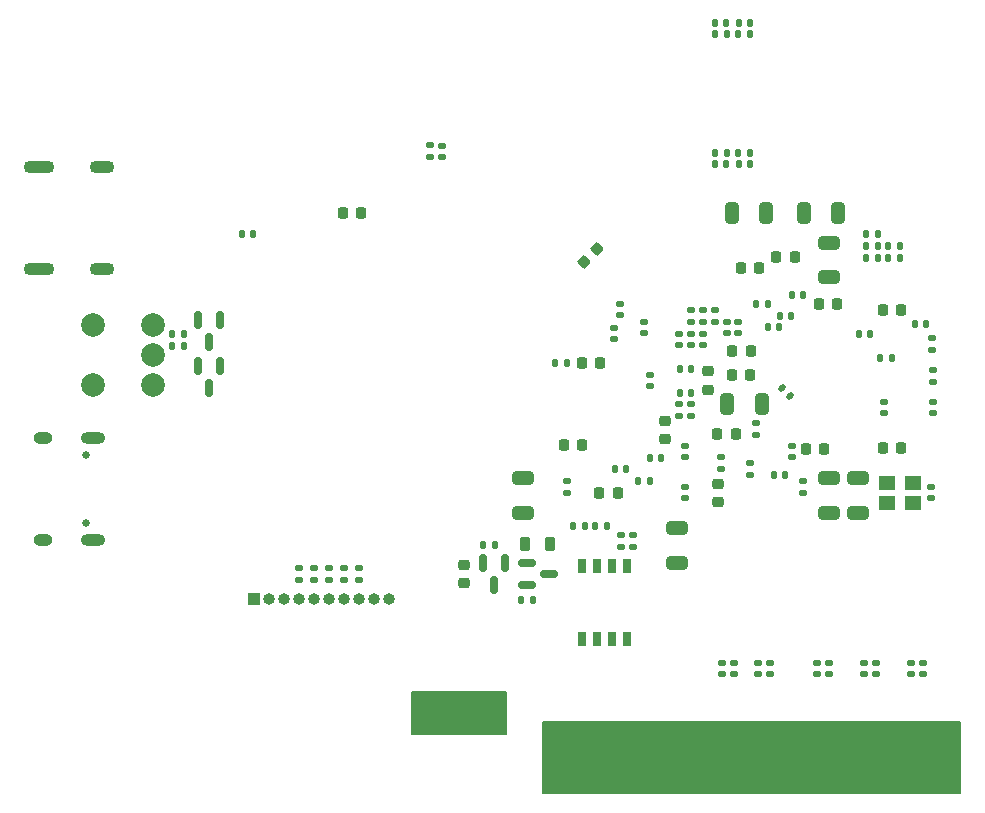
<source format=gbr>
%TF.GenerationSoftware,KiCad,Pcbnew,7.0.10*%
%TF.CreationDate,2024-01-08T21:13:15+10:00*%
%TF.ProjectId,PCIeDMA,50434965-444d-4412-9e6b-696361645f70,1*%
%TF.SameCoordinates,Original*%
%TF.FileFunction,Soldermask,Bot*%
%TF.FilePolarity,Negative*%
%FSLAX46Y46*%
G04 Gerber Fmt 4.6, Leading zero omitted, Abs format (unit mm)*
G04 Created by KiCad (PCBNEW 7.0.10) date 2024-01-08 21:13:15*
%MOMM*%
%LPD*%
G01*
G04 APERTURE LIST*
G04 Aperture macros list*
%AMRoundRect*
0 Rectangle with rounded corners*
0 $1 Rounding radius*
0 $2 $3 $4 $5 $6 $7 $8 $9 X,Y pos of 4 corners*
0 Add a 4 corners polygon primitive as box body*
4,1,4,$2,$3,$4,$5,$6,$7,$8,$9,$2,$3,0*
0 Add four circle primitives for the rounded corners*
1,1,$1+$1,$2,$3*
1,1,$1+$1,$4,$5*
1,1,$1+$1,$6,$7*
1,1,$1+$1,$8,$9*
0 Add four rect primitives between the rounded corners*
20,1,$1+$1,$2,$3,$4,$5,0*
20,1,$1+$1,$4,$5,$6,$7,0*
20,1,$1+$1,$6,$7,$8,$9,0*
20,1,$1+$1,$8,$9,$2,$3,0*%
G04 Aperture macros list end*
%ADD10C,0.150000*%
%ADD11R,0.760000X1.250000*%
%ADD12C,0.650000*%
%ADD13O,2.100000X1.000000*%
%ADD14O,1.600000X1.000000*%
%ADD15O,2.100000X1.100000*%
%ADD16O,2.600000X1.100000*%
%ADD17C,2.000000*%
%ADD18R,0.700000X3.200000*%
%ADD19R,0.700000X4.300000*%
%ADD20R,1.000000X1.000000*%
%ADD21O,1.000000X1.000000*%
%ADD22RoundRect,0.135000X-0.185000X0.135000X-0.185000X-0.135000X0.185000X-0.135000X0.185000X0.135000X0*%
%ADD23RoundRect,0.135000X-0.135000X-0.185000X0.135000X-0.185000X0.135000X0.185000X-0.135000X0.185000X0*%
%ADD24RoundRect,0.140000X-0.170000X0.140000X-0.170000X-0.140000X0.170000X-0.140000X0.170000X0.140000X0*%
%ADD25RoundRect,0.135000X0.185000X-0.135000X0.185000X0.135000X-0.185000X0.135000X-0.185000X-0.135000X0*%
%ADD26RoundRect,0.140000X0.140000X0.170000X-0.140000X0.170000X-0.140000X-0.170000X0.140000X-0.170000X0*%
%ADD27RoundRect,0.150000X-0.150000X0.587500X-0.150000X-0.587500X0.150000X-0.587500X0.150000X0.587500X0*%
%ADD28RoundRect,0.140000X0.170000X-0.140000X0.170000X0.140000X-0.170000X0.140000X-0.170000X-0.140000X0*%
%ADD29RoundRect,0.250000X-0.325000X-0.650000X0.325000X-0.650000X0.325000X0.650000X-0.325000X0.650000X0*%
%ADD30RoundRect,0.225000X-0.225000X-0.250000X0.225000X-0.250000X0.225000X0.250000X-0.225000X0.250000X0*%
%ADD31RoundRect,0.135000X0.135000X0.185000X-0.135000X0.185000X-0.135000X-0.185000X0.135000X-0.185000X0*%
%ADD32RoundRect,0.225000X0.250000X-0.225000X0.250000X0.225000X-0.250000X0.225000X-0.250000X-0.225000X0*%
%ADD33RoundRect,0.140000X-0.140000X-0.170000X0.140000X-0.170000X0.140000X0.170000X-0.140000X0.170000X0*%
%ADD34RoundRect,0.225000X0.017678X-0.335876X0.335876X-0.017678X-0.017678X0.335876X-0.335876X0.017678X0*%
%ADD35RoundRect,0.225000X0.225000X0.250000X-0.225000X0.250000X-0.225000X-0.250000X0.225000X-0.250000X0*%
%ADD36RoundRect,0.218750X-0.218750X-0.381250X0.218750X-0.381250X0.218750X0.381250X-0.218750X0.381250X0*%
%ADD37R,1.400000X1.200000*%
%ADD38RoundRect,0.140000X0.219203X0.021213X0.021213X0.219203X-0.219203X-0.021213X-0.021213X-0.219203X0*%
%ADD39RoundRect,0.250000X-0.650000X0.325000X-0.650000X-0.325000X0.650000X-0.325000X0.650000X0.325000X0*%
%ADD40RoundRect,0.250000X0.325000X0.650000X-0.325000X0.650000X-0.325000X-0.650000X0.325000X-0.650000X0*%
%ADD41RoundRect,0.250000X0.650000X-0.325000X0.650000X0.325000X-0.650000X0.325000X-0.650000X-0.325000X0*%
%ADD42RoundRect,0.225000X-0.250000X0.225000X-0.250000X-0.225000X0.250000X-0.225000X0.250000X0.225000X0*%
%ADD43RoundRect,0.150000X-0.587500X-0.150000X0.587500X-0.150000X0.587500X0.150000X-0.587500X0.150000X0*%
G04 APERTURE END LIST*
D10*
X41350000Y-64400000D02*
X33350000Y-64400000D01*
X33350000Y-60900000D01*
X41350000Y-60900000D01*
X41350000Y-64400000D01*
G36*
X41350000Y-64400000D02*
G01*
X33350000Y-64400000D01*
X33350000Y-60900000D01*
X41350000Y-60900000D01*
X41350000Y-64400000D01*
G37*
X79800000Y-69400000D02*
X44500000Y-69400000D01*
X44500000Y-63400000D01*
X79800000Y-63400000D01*
X79800000Y-69400000D01*
G36*
X79800000Y-69400000D02*
G01*
X44500000Y-69400000D01*
X44500000Y-63400000D01*
X79800000Y-63400000D01*
X79800000Y-69400000D01*
G37*
D11*
%TO.C,SW6*%
X47745000Y-50225000D03*
X49015000Y-50225000D03*
X50285000Y-50225000D03*
X51555000Y-50225000D03*
X51555000Y-56375000D03*
X50285000Y-56375000D03*
X49015000Y-56375000D03*
X47745000Y-56375000D03*
%TD*%
D12*
%TO.C,J2*%
X5790000Y-40810000D03*
X5790000Y-46590000D03*
D13*
X6320000Y-39380000D03*
D14*
X2140000Y-39380000D03*
D13*
X6320000Y-48020000D03*
D14*
X2140000Y-48020000D03*
%TD*%
D15*
%TO.C,J4*%
X7130000Y-16380000D03*
D16*
X1770000Y-16380000D03*
D15*
X7130000Y-25020000D03*
D16*
X1770000Y-25020000D03*
%TD*%
D17*
%TO.C,SW5*%
X6320000Y-29760000D03*
X6320000Y-34840000D03*
X11400000Y-29760000D03*
X11400000Y-32300000D03*
X11400000Y-34840000D03*
%TD*%
D18*
%TO.C,J1*%
X45650000Y-64900000D03*
D19*
X46650000Y-65450000D03*
X47650000Y-65450000D03*
X48650000Y-65450000D03*
X49650000Y-65450000D03*
X50650000Y-65450000D03*
X51650000Y-65450000D03*
X52650000Y-65450000D03*
X53650000Y-65450000D03*
X54650000Y-65450000D03*
X55650000Y-65450000D03*
X58650000Y-65450000D03*
X59650000Y-65450000D03*
X60650000Y-65450000D03*
X61650000Y-65450000D03*
X62650000Y-65450000D03*
X63650000Y-65450000D03*
X64650000Y-65450000D03*
X65650000Y-65450000D03*
X66650000Y-65450000D03*
X67650000Y-65450000D03*
X68650000Y-65450000D03*
X69650000Y-65450000D03*
X70650000Y-65450000D03*
X71650000Y-65450000D03*
X72650000Y-65450000D03*
X73650000Y-65450000D03*
X74650000Y-65450000D03*
X75650000Y-65450000D03*
X76650000Y-65450000D03*
X77650000Y-65450000D03*
X78650000Y-65450000D03*
%TD*%
D20*
%TO.C,J3*%
X19975000Y-53000000D03*
D21*
X21245000Y-53000000D03*
X22515000Y-53000000D03*
X23785000Y-53000000D03*
X25055000Y-53000000D03*
X26325000Y-53000000D03*
X27595000Y-53000000D03*
X28865000Y-53000000D03*
X30135000Y-53000000D03*
X31405000Y-53000000D03*
%TD*%
D22*
%TO.C,R1*%
X52100000Y-47590000D03*
X52100000Y-48610000D03*
%TD*%
D23*
%TO.C,R62*%
X58990000Y-5200000D03*
X60010000Y-5200000D03*
%TD*%
D24*
%TO.C,C135*%
X65500000Y-40020000D03*
X65500000Y-40980000D03*
%TD*%
%TO.C,C87*%
X57000000Y-30520000D03*
X57000000Y-31480000D03*
%TD*%
D25*
%TO.C,R12*%
X26327000Y-51410000D03*
X26327000Y-50390000D03*
%TD*%
D26*
%TO.C,C36*%
X19930000Y-22100000D03*
X18970000Y-22100000D03*
%TD*%
D27*
%TO.C,Q2*%
X15250000Y-33262500D03*
X17150000Y-33262500D03*
X16200000Y-35137500D03*
%TD*%
D28*
%TO.C,C80*%
X58000000Y-31480000D03*
X58000000Y-30520000D03*
%TD*%
D29*
%TO.C,C74*%
X66525000Y-20300000D03*
X69475000Y-20300000D03*
%TD*%
D24*
%TO.C,C84*%
X60000000Y-29520000D03*
X60000000Y-30480000D03*
%TD*%
D26*
%TO.C,C54*%
X53480000Y-43000000D03*
X52520000Y-43000000D03*
%TD*%
D28*
%TO.C,C15*%
X63650000Y-59380000D03*
X63650000Y-58420000D03*
%TD*%
%TO.C,C81*%
X56000000Y-37480000D03*
X56000000Y-36520000D03*
%TD*%
D30*
%TO.C,C46*%
X59225000Y-39000000D03*
X60775000Y-39000000D03*
%TD*%
D31*
%TO.C,R37*%
X46510000Y-33000000D03*
X45490000Y-33000000D03*
%TD*%
D23*
%TO.C,R61*%
X58990000Y-15200000D03*
X60010000Y-15200000D03*
%TD*%
D31*
%TO.C,R70*%
X74710000Y-24100000D03*
X73690000Y-24100000D03*
%TD*%
%TO.C,R3*%
X49910000Y-46800000D03*
X48890000Y-46800000D03*
%TD*%
D32*
%TO.C,C79*%
X58400000Y-35275000D03*
X58400000Y-33725000D03*
%TD*%
D28*
%TO.C,C62*%
X50500000Y-30980000D03*
X50500000Y-30020000D03*
%TD*%
D24*
%TO.C,C77*%
X57000000Y-36520000D03*
X57000000Y-37480000D03*
%TD*%
D33*
%TO.C,C127*%
X71220000Y-30600000D03*
X72180000Y-30600000D03*
%TD*%
D30*
%TO.C,C75*%
X60500000Y-32000000D03*
X62050000Y-32000000D03*
%TD*%
%TO.C,C51*%
X46225000Y-40000000D03*
X47775000Y-40000000D03*
%TD*%
D22*
%TO.C,R68*%
X77500000Y-33590000D03*
X77500000Y-34610000D03*
%TD*%
D34*
%TO.C,C60*%
X47951992Y-24448008D03*
X49048008Y-23351992D03*
%TD*%
D28*
%TO.C,C63*%
X53000000Y-30480000D03*
X53000000Y-29520000D03*
%TD*%
D27*
%TO.C,Q4*%
X39350000Y-49975000D03*
X41250000Y-49975000D03*
X40300000Y-51850000D03*
%TD*%
D35*
%TO.C,C131*%
X69375000Y-28000000D03*
X67825000Y-28000000D03*
%TD*%
D24*
%TO.C,C124*%
X73300000Y-36320000D03*
X73300000Y-37280000D03*
%TD*%
D31*
%TO.C,R65*%
X62010000Y-5200000D03*
X60990000Y-5200000D03*
%TD*%
D33*
%TO.C,C70*%
X63520000Y-30000000D03*
X64480000Y-30000000D03*
%TD*%
D30*
%TO.C,C66*%
X64225000Y-24000000D03*
X65775000Y-24000000D03*
%TD*%
D26*
%TO.C,C69*%
X65480000Y-29000000D03*
X64520000Y-29000000D03*
%TD*%
D28*
%TO.C,C18*%
X76650000Y-59380000D03*
X76650000Y-58420000D03*
%TD*%
%TO.C,C17*%
X72650000Y-59380000D03*
X72650000Y-58420000D03*
%TD*%
D33*
%TO.C,C128*%
X73020000Y-32600000D03*
X73980000Y-32600000D03*
%TD*%
D28*
%TO.C,C122*%
X77400000Y-31880000D03*
X77400000Y-30920000D03*
%TD*%
D25*
%TO.C,R4*%
X51100000Y-48610000D03*
X51100000Y-47590000D03*
%TD*%
D33*
%TO.C,C85*%
X56020000Y-33500000D03*
X56980000Y-33500000D03*
%TD*%
D28*
%TO.C,C82*%
X61000000Y-30480000D03*
X61000000Y-29520000D03*
%TD*%
D33*
%TO.C,C118*%
X61020000Y-4200000D03*
X61980000Y-4200000D03*
%TD*%
D35*
%TO.C,C123*%
X74775000Y-28500000D03*
X73225000Y-28500000D03*
%TD*%
D28*
%TO.C,C14*%
X60650000Y-59380000D03*
X60650000Y-58420000D03*
%TD*%
D26*
%TO.C,C120*%
X72780000Y-24100000D03*
X71820000Y-24100000D03*
%TD*%
D25*
%TO.C,R31*%
X57000000Y-29510000D03*
X57000000Y-28490000D03*
%TD*%
D28*
%TO.C,C86*%
X56000000Y-31480000D03*
X56000000Y-30520000D03*
%TD*%
D33*
%TO.C,C49*%
X64020000Y-42500000D03*
X64980000Y-42500000D03*
%TD*%
D36*
%TO.C,FB3*%
X42937500Y-48300000D03*
X45062500Y-48300000D03*
%TD*%
D37*
%TO.C,X2*%
X75800000Y-44850000D03*
X73600000Y-44850000D03*
X73600000Y-43150000D03*
X75800000Y-43150000D03*
%TD*%
D31*
%TO.C,R51*%
X14060000Y-30550000D03*
X13040000Y-30550000D03*
%TD*%
D38*
%TO.C,C132*%
X65339411Y-35839411D03*
X64660589Y-35160589D03*
%TD*%
D33*
%TO.C,C68*%
X62520000Y-28000000D03*
X63480000Y-28000000D03*
%TD*%
D24*
%TO.C,C48*%
X56500000Y-43520000D03*
X56500000Y-44480000D03*
%TD*%
%TO.C,C64*%
X53500000Y-34020000D03*
X53500000Y-34980000D03*
%TD*%
D28*
%TO.C,C45*%
X56500000Y-40980000D03*
X56500000Y-40020000D03*
%TD*%
D35*
%TO.C,C43*%
X29075000Y-20350000D03*
X27525000Y-20350000D03*
%TD*%
D26*
%TO.C,C116*%
X59980000Y-4200000D03*
X59020000Y-4200000D03*
%TD*%
D28*
%TO.C,C13*%
X75650000Y-59380000D03*
X75650000Y-58420000D03*
%TD*%
D22*
%TO.C,R33*%
X58000000Y-28490000D03*
X58000000Y-29510000D03*
%TD*%
D31*
%TO.C,R69*%
X74710000Y-23100000D03*
X73690000Y-23100000D03*
%TD*%
D30*
%TO.C,C67*%
X61225000Y-25000000D03*
X62775000Y-25000000D03*
%TD*%
D24*
%TO.C,C133*%
X66500000Y-43020000D03*
X66500000Y-43980000D03*
%TD*%
D25*
%TO.C,R14*%
X25057000Y-51410000D03*
X25057000Y-50390000D03*
%TD*%
D24*
%TO.C,C44*%
X62000000Y-41520000D03*
X62000000Y-42480000D03*
%TD*%
D35*
%TO.C,C52*%
X50775000Y-44000000D03*
X49225000Y-44000000D03*
%TD*%
D31*
%TO.C,R64*%
X43610000Y-53100000D03*
X42590000Y-53100000D03*
%TD*%
D28*
%TO.C,C11*%
X67650000Y-59380000D03*
X67650000Y-58420000D03*
%TD*%
D26*
%TO.C,C115*%
X59980000Y-16200000D03*
X59020000Y-16200000D03*
%TD*%
D30*
%TO.C,C125*%
X73225000Y-40200000D03*
X74775000Y-40200000D03*
%TD*%
D39*
%TO.C,C50*%
X42750000Y-42725000D03*
X42750000Y-45675000D03*
%TD*%
D31*
%TO.C,R63*%
X40360000Y-48450000D03*
X39340000Y-48450000D03*
%TD*%
D33*
%TO.C,C55*%
X53520000Y-41040000D03*
X54480000Y-41040000D03*
%TD*%
D30*
%TO.C,C78*%
X60450000Y-34000000D03*
X62000000Y-34000000D03*
%TD*%
D40*
%TO.C,C73*%
X63375000Y-20300000D03*
X60425000Y-20300000D03*
%TD*%
D28*
%TO.C,C16*%
X68650000Y-59380000D03*
X68650000Y-58420000D03*
%TD*%
D22*
%TO.C,R34*%
X59000000Y-28490000D03*
X59000000Y-29510000D03*
%TD*%
D41*
%TO.C,C129*%
X71100000Y-45675000D03*
X71100000Y-42725000D03*
%TD*%
D33*
%TO.C,C114*%
X61020000Y-16200000D03*
X61980000Y-16200000D03*
%TD*%
D30*
%TO.C,C130*%
X66725000Y-40300000D03*
X68275000Y-40300000D03*
%TD*%
D26*
%TO.C,C121*%
X76880000Y-29700000D03*
X75920000Y-29700000D03*
%TD*%
D39*
%TO.C,C57*%
X55800000Y-47025000D03*
X55800000Y-49975000D03*
%TD*%
D24*
%TO.C,C119*%
X77300000Y-43520000D03*
X77300000Y-44480000D03*
%TD*%
D42*
%TO.C,C47*%
X59286000Y-43225000D03*
X59286000Y-44775000D03*
%TD*%
%TO.C,C117*%
X37800000Y-50125000D03*
X37800000Y-51675000D03*
%TD*%
D25*
%TO.C,R10*%
X28867000Y-51410000D03*
X28867000Y-50390000D03*
%TD*%
D28*
%TO.C,C9*%
X59650000Y-59380000D03*
X59650000Y-58420000D03*
%TD*%
%TO.C,C12*%
X71650000Y-59380000D03*
X71650000Y-58420000D03*
%TD*%
D33*
%TO.C,C56*%
X50520000Y-42000000D03*
X51480000Y-42000000D03*
%TD*%
D25*
%TO.C,R11*%
X27597000Y-51410000D03*
X27597000Y-50390000D03*
%TD*%
D33*
%TO.C,C83*%
X56020000Y-35550000D03*
X56980000Y-35550000D03*
%TD*%
D27*
%TO.C,Q3*%
X15250000Y-29362500D03*
X17150000Y-29362500D03*
X16200000Y-31237500D03*
%TD*%
D31*
%TO.C,R67*%
X72810000Y-23100000D03*
X71790000Y-23100000D03*
%TD*%
D30*
%TO.C,C59*%
X47725000Y-33000000D03*
X49275000Y-33000000D03*
%TD*%
D25*
%TO.C,R15*%
X23787000Y-51410000D03*
X23787000Y-50390000D03*
%TD*%
D33*
%TO.C,C71*%
X65520000Y-27250000D03*
X66480000Y-27250000D03*
%TD*%
D29*
%TO.C,C72*%
X60025000Y-36500000D03*
X62975000Y-36500000D03*
%TD*%
D43*
%TO.C,Q5*%
X43062500Y-51850000D03*
X43062500Y-49950000D03*
X44937500Y-50900000D03*
%TD*%
D31*
%TO.C,R60*%
X62010000Y-15200000D03*
X60990000Y-15200000D03*
%TD*%
D23*
%TO.C,R66*%
X71790000Y-22100000D03*
X72810000Y-22100000D03*
%TD*%
D25*
%TO.C,R22*%
X34900000Y-15610000D03*
X34900000Y-14590000D03*
%TD*%
D24*
%TO.C,C126*%
X77500000Y-36320000D03*
X77500000Y-37280000D03*
%TD*%
%TO.C,C53*%
X46500000Y-43020000D03*
X46500000Y-43980000D03*
%TD*%
D23*
%TO.C,R2*%
X46990000Y-46800000D03*
X48010000Y-46800000D03*
%TD*%
D41*
%TO.C,C58*%
X68700000Y-45675000D03*
X68700000Y-42725000D03*
%TD*%
D42*
%TO.C,C76*%
X54800000Y-37925000D03*
X54800000Y-39475000D03*
%TD*%
D28*
%TO.C,C10*%
X62650000Y-59380000D03*
X62650000Y-58420000D03*
%TD*%
D41*
%TO.C,C65*%
X68700000Y-25775000D03*
X68700000Y-22825000D03*
%TD*%
D23*
%TO.C,R50*%
X13040000Y-31550000D03*
X14060000Y-31550000D03*
%TD*%
D24*
%TO.C,C42*%
X35900000Y-14620000D03*
X35900000Y-15580000D03*
%TD*%
%TO.C,C134*%
X62500000Y-38120000D03*
X62500000Y-39080000D03*
%TD*%
%TO.C,C61*%
X51000000Y-28020000D03*
X51000000Y-28980000D03*
%TD*%
D25*
%TO.C,R28*%
X59500000Y-42010000D03*
X59500000Y-40990000D03*
%TD*%
M02*

</source>
